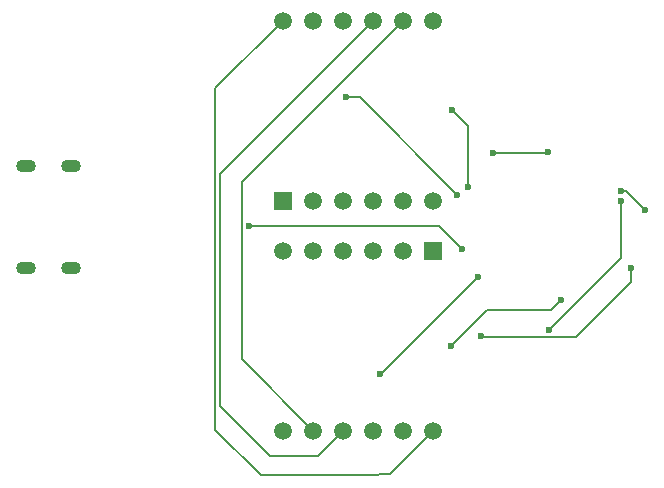
<source format=gbr>
%TF.GenerationSoftware,KiCad,Pcbnew,8.0.3*%
%TF.CreationDate,2024-07-23T23:43:33-05:00*%
%TF.ProjectId,kicad_timer,6b696361-645f-4746-996d-65722e6b6963,rev?*%
%TF.SameCoordinates,Original*%
%TF.FileFunction,Copper,L1,Top*%
%TF.FilePolarity,Positive*%
%FSLAX46Y46*%
G04 Gerber Fmt 4.6, Leading zero omitted, Abs format (unit mm)*
G04 Created by KiCad (PCBNEW 8.0.3) date 2024-07-23 23:43:33*
%MOMM*%
%LPD*%
G01*
G04 APERTURE LIST*
%TA.AperFunction,ComponentPad*%
%ADD10R,1.500000X1.500000*%
%TD*%
%TA.AperFunction,ComponentPad*%
%ADD11C,1.500000*%
%TD*%
%TA.AperFunction,ComponentPad*%
%ADD12O,1.700000X1.100000*%
%TD*%
%TA.AperFunction,ViaPad*%
%ADD13C,0.600000*%
%TD*%
%TA.AperFunction,Conductor*%
%ADD14C,0.200000*%
%TD*%
G04 APERTURE END LIST*
D10*
%TO.P,U3,1,e*%
%TO.N,Net-(U2-PB4)*%
X164592000Y-96843000D03*
D11*
%TO.P,U3,2,d*%
%TO.N,Net-(U2-PB3)*%
X162052000Y-96843000D03*
%TO.P,U3,3,DPX*%
%TO.N,unconnected-(U3-DPX-Pad3)*%
X159512000Y-96843000D03*
%TO.P,U3,4,c*%
%TO.N,Net-(U2-PB2)*%
X156972000Y-96843000D03*
%TO.P,U3,5,g*%
%TO.N,Net-(U2-XTAL1{slash}PB6)*%
X154432000Y-96843000D03*
%TO.P,U3,6,CA4*%
%TO.N,DIG4*%
X151892000Y-96843000D03*
%TO.P,U3,7,b*%
%TO.N,Net-(U2-PB1)*%
X151892000Y-112083000D03*
%TO.P,U3,8,CA3*%
%TO.N,DIG3*%
X154432000Y-112083000D03*
%TO.P,U3,9,CA2*%
%TO.N,DIG2*%
X156972000Y-112083000D03*
%TO.P,U3,10,f*%
%TO.N,Net-(U2-PB5)*%
X159512000Y-112083000D03*
%TO.P,U3,11,a*%
%TO.N,Net-(U2-PB0)*%
X162052000Y-112083000D03*
%TO.P,U3,12,CA1*%
%TO.N,DIG1*%
X164592000Y-112083000D03*
%TD*%
D10*
%TO.P,U1,1,e*%
%TO.N,Net-(U1-e)*%
X151892000Y-92583000D03*
D11*
%TO.P,U1,2,d*%
%TO.N,Net-(U1-d)*%
X154432000Y-92583000D03*
%TO.P,U1,3,DPX*%
%TO.N,unconnected-(U1-DPX-Pad3)*%
X156972000Y-92583000D03*
%TO.P,U1,4,c*%
%TO.N,Net-(U1-c)*%
X159512000Y-92583000D03*
%TO.P,U1,5,g*%
%TO.N,Net-(U1-g)*%
X162052000Y-92583000D03*
%TO.P,U1,6,CA4*%
%TO.N,DIG4*%
X164592000Y-92583000D03*
%TO.P,U1,7,b*%
%TO.N,Net-(U1-b)*%
X164592000Y-77343000D03*
%TO.P,U1,8,CA3*%
%TO.N,DIG3*%
X162052000Y-77343000D03*
%TO.P,U1,9,CA2*%
%TO.N,DIG2*%
X159512000Y-77343000D03*
%TO.P,U1,10,f*%
%TO.N,Net-(U1-f)*%
X156972000Y-77343000D03*
%TO.P,U1,11,a*%
%TO.N,Net-(U1-a)*%
X154432000Y-77343000D03*
%TO.P,U1,12,CA1*%
%TO.N,DIG1*%
X151892000Y-77343000D03*
%TD*%
D12*
%TO.P,J1,S1,SHIELD*%
%TO.N,Net-(J1-SHIELD)*%
X130105000Y-98296000D03*
X133905000Y-98296000D03*
X130105000Y-89656000D03*
X133905000Y-89656000D03*
%TD*%
D13*
%TO.N,Net-(U1-a)*%
X157226000Y-83820000D03*
X166624000Y-92075000D03*
%TO.N,Net-(U1-b)*%
X167513000Y-91440000D03*
X166179500Y-84899500D03*
%TO.N,Net-(U1-g)*%
X174307500Y-88455500D03*
X169672000Y-88519000D03*
%TO.N,Vcc*%
X167005000Y-96647000D03*
X148971000Y-94742000D03*
%TO.N,DIG4*%
X175444000Y-100965000D03*
X166116000Y-104902000D03*
%TO.N,Net-(U2-XTAL1{slash}PB6)*%
X181356000Y-98298000D03*
X168656000Y-104013000D03*
%TO.N,Net-(U2-PB5)*%
X168402000Y-99060000D03*
X160120500Y-107288500D03*
%TO.N,D3*%
X180467000Y-91782997D03*
X182499000Y-93345000D03*
%TO.N,DIG1*%
X174371000Y-103505000D03*
X180467000Y-92583000D03*
%TD*%
D14*
%TO.N,DIG1*%
X160944000Y-115731000D02*
X164592000Y-112083000D01*
X160002205Y-115731000D02*
X160944000Y-115731000D01*
X149987000Y-115824000D02*
X159909205Y-115824000D01*
X146158000Y-111995000D02*
X149987000Y-115824000D01*
X159909205Y-115824000D02*
X160002205Y-115731000D01*
X146158000Y-83077000D02*
X146158000Y-111995000D01*
X151892000Y-77343000D02*
X146158000Y-83077000D01*
%TO.N,Net-(U1-a)*%
X158369000Y-83820000D02*
X157226000Y-83820000D01*
X166624000Y-92075000D02*
X158369000Y-83820000D01*
%TO.N,Net-(U1-g)*%
X174244000Y-88519000D02*
X174307500Y-88455500D01*
X169672000Y-88519000D02*
X174244000Y-88519000D01*
%TO.N,Net-(U1-b)*%
X167513000Y-86233000D02*
X167513000Y-91440000D01*
X166179500Y-84899500D02*
X167513000Y-86233000D01*
%TO.N,DIG2*%
X150749000Y-114173000D02*
X154882000Y-114173000D01*
X146558000Y-109982000D02*
X150749000Y-114173000D01*
X146558000Y-90297000D02*
X146558000Y-109982000D01*
X159512000Y-77343000D02*
X146558000Y-90297000D01*
X154882000Y-114173000D02*
X156972000Y-112083000D01*
%TO.N,DIG3*%
X148371000Y-106022000D02*
X154432000Y-112083000D01*
X148371000Y-91024000D02*
X148371000Y-106022000D01*
X162052000Y-77343000D02*
X148371000Y-91024000D01*
%TO.N,Net-(U2-XTAL1{slash}PB6)*%
X181356000Y-99441000D02*
X181356000Y-98298000D01*
X176692000Y-104105000D02*
X181356000Y-99441000D01*
X168748000Y-104105000D02*
X176692000Y-104105000D01*
X168656000Y-104013000D02*
X168748000Y-104105000D01*
%TO.N,DIG4*%
X169164000Y-101854000D02*
X166116000Y-104902000D01*
X174555000Y-101854000D02*
X169164000Y-101854000D01*
X175444000Y-100965000D02*
X174555000Y-101854000D01*
%TO.N,Vcc*%
X165100000Y-94742000D02*
X167005000Y-96647000D01*
X148971000Y-94742000D02*
X165100000Y-94742000D01*
%TO.N,Net-(U2-PB5)*%
X160173500Y-107288500D02*
X160120500Y-107288500D01*
X168402000Y-99060000D02*
X160173500Y-107288500D01*
%TO.N,D3*%
X180936997Y-91782997D02*
X180467000Y-91782997D01*
X182499000Y-93345000D02*
X180936997Y-91782997D01*
%TO.N,DIG1*%
X180467000Y-97409000D02*
X180467000Y-92583000D01*
X174371000Y-103505000D02*
X180467000Y-97409000D01*
%TD*%
M02*

</source>
